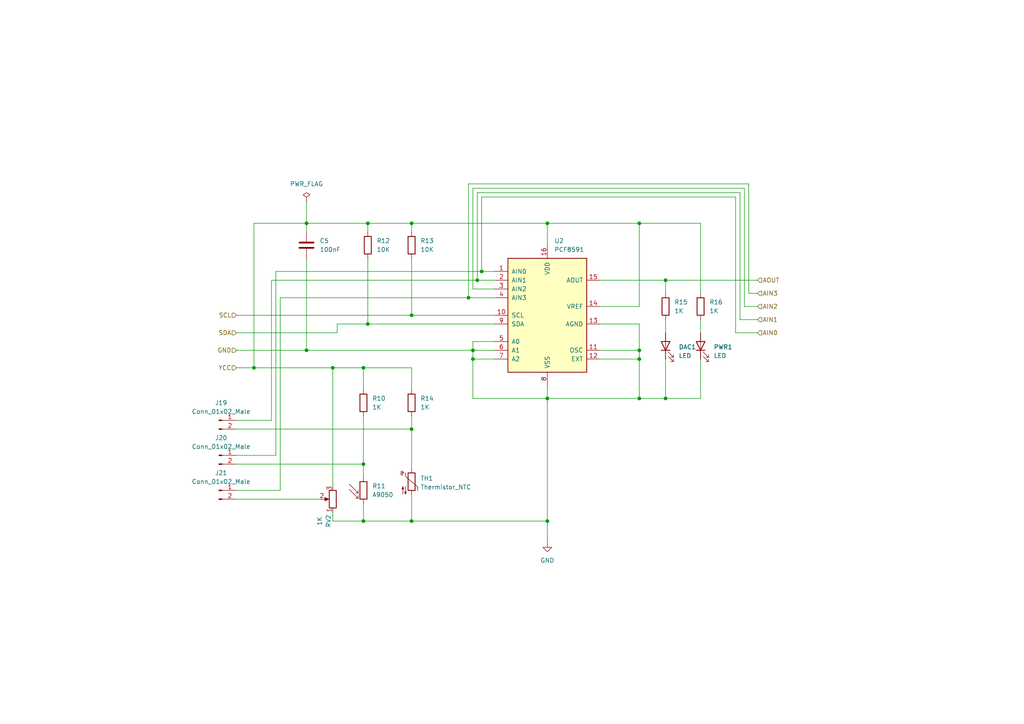
<source format=kicad_sch>
(kicad_sch (version 20211123) (generator eeschema)

  (uuid 41e0311c-f1f5-4b5d-b817-f71b00919fac)

  (paper "A4")

  (title_block
    (title "Green House Controller")
    (date "15 nov 2012")
    (rev "v03")
    (company "Sri Lanka Technological Campus")
    (comment 1 "AA2129, AA2122, AA1391, AA1378, AA1424")
    (comment 2 "Raspberry Pi Shield")
    (comment 3 "Engineering Design Project")
    (comment 4 "EEE209")
  )

  (lib_symbols
    (symbol "Connector:Conn_01x02_Male" (pin_names (offset 1.016) hide) (in_bom yes) (on_board yes)
      (property "Reference" "J" (id 0) (at 0 2.54 0)
        (effects (font (size 1.27 1.27)))
      )
      (property "Value" "Conn_01x02_Male" (id 1) (at 0 -5.08 0)
        (effects (font (size 1.27 1.27)))
      )
      (property "Footprint" "" (id 2) (at 0 0 0)
        (effects (font (size 1.27 1.27)) hide)
      )
      (property "Datasheet" "~" (id 3) (at 0 0 0)
        (effects (font (size 1.27 1.27)) hide)
      )
      (property "ki_keywords" "connector" (id 4) (at 0 0 0)
        (effects (font (size 1.27 1.27)) hide)
      )
      (property "ki_description" "Generic connector, single row, 01x02, script generated (kicad-library-utils/schlib/autogen/connector/)" (id 5) (at 0 0 0)
        (effects (font (size 1.27 1.27)) hide)
      )
      (property "ki_fp_filters" "Connector*:*_1x??_*" (id 6) (at 0 0 0)
        (effects (font (size 1.27 1.27)) hide)
      )
      (symbol "Conn_01x02_Male_1_1"
        (polyline
          (pts
            (xy 1.27 -2.54)
            (xy 0.8636 -2.54)
          )
          (stroke (width 0.1524) (type default) (color 0 0 0 0))
          (fill (type none))
        )
        (polyline
          (pts
            (xy 1.27 0)
            (xy 0.8636 0)
          )
          (stroke (width 0.1524) (type default) (color 0 0 0 0))
          (fill (type none))
        )
        (rectangle (start 0.8636 -2.413) (end 0 -2.667)
          (stroke (width 0.1524) (type default) (color 0 0 0 0))
          (fill (type outline))
        )
        (rectangle (start 0.8636 0.127) (end 0 -0.127)
          (stroke (width 0.1524) (type default) (color 0 0 0 0))
          (fill (type outline))
        )
        (pin passive line (at 5.08 0 180) (length 3.81)
          (name "Pin_1" (effects (font (size 1.27 1.27))))
          (number "1" (effects (font (size 1.27 1.27))))
        )
        (pin passive line (at 5.08 -2.54 180) (length 3.81)
          (name "Pin_2" (effects (font (size 1.27 1.27))))
          (number "2" (effects (font (size 1.27 1.27))))
        )
      )
    )
    (symbol "Device:C" (pin_numbers hide) (pin_names (offset 0.254)) (in_bom yes) (on_board yes)
      (property "Reference" "C" (id 0) (at 0.635 2.54 0)
        (effects (font (size 1.27 1.27)) (justify left))
      )
      (property "Value" "C" (id 1) (at 0.635 -2.54 0)
        (effects (font (size 1.27 1.27)) (justify left))
      )
      (property "Footprint" "" (id 2) (at 0.9652 -3.81 0)
        (effects (font (size 1.27 1.27)) hide)
      )
      (property "Datasheet" "~" (id 3) (at 0 0 0)
        (effects (font (size 1.27 1.27)) hide)
      )
      (property "ki_keywords" "cap capacitor" (id 4) (at 0 0 0)
        (effects (font (size 1.27 1.27)) hide)
      )
      (property "ki_description" "Unpolarized capacitor" (id 5) (at 0 0 0)
        (effects (font (size 1.27 1.27)) hide)
      )
      (property "ki_fp_filters" "C_*" (id 6) (at 0 0 0)
        (effects (font (size 1.27 1.27)) hide)
      )
      (symbol "C_0_1"
        (polyline
          (pts
            (xy -2.032 -0.762)
            (xy 2.032 -0.762)
          )
          (stroke (width 0.508) (type default) (color 0 0 0 0))
          (fill (type none))
        )
        (polyline
          (pts
            (xy -2.032 0.762)
            (xy 2.032 0.762)
          )
          (stroke (width 0.508) (type default) (color 0 0 0 0))
          (fill (type none))
        )
      )
      (symbol "C_1_1"
        (pin passive line (at 0 3.81 270) (length 2.794)
          (name "~" (effects (font (size 1.27 1.27))))
          (number "1" (effects (font (size 1.27 1.27))))
        )
        (pin passive line (at 0 -3.81 90) (length 2.794)
          (name "~" (effects (font (size 1.27 1.27))))
          (number "2" (effects (font (size 1.27 1.27))))
        )
      )
    )
    (symbol "Device:LED" (pin_numbers hide) (pin_names (offset 1.016) hide) (in_bom yes) (on_board yes)
      (property "Reference" "D" (id 0) (at 0 2.54 0)
        (effects (font (size 1.27 1.27)))
      )
      (property "Value" "LED" (id 1) (at 0 -2.54 0)
        (effects (font (size 1.27 1.27)))
      )
      (property "Footprint" "" (id 2) (at 0 0 0)
        (effects (font (size 1.27 1.27)) hide)
      )
      (property "Datasheet" "~" (id 3) (at 0 0 0)
        (effects (font (size 1.27 1.27)) hide)
      )
      (property "ki_keywords" "LED diode" (id 4) (at 0 0 0)
        (effects (font (size 1.27 1.27)) hide)
      )
      (property "ki_description" "Light emitting diode" (id 5) (at 0 0 0)
        (effects (font (size 1.27 1.27)) hide)
      )
      (property "ki_fp_filters" "LED* LED_SMD:* LED_THT:*" (id 6) (at 0 0 0)
        (effects (font (size 1.27 1.27)) hide)
      )
      (symbol "LED_0_1"
        (polyline
          (pts
            (xy -1.27 -1.27)
            (xy -1.27 1.27)
          )
          (stroke (width 0.254) (type default) (color 0 0 0 0))
          (fill (type none))
        )
        (polyline
          (pts
            (xy -1.27 0)
            (xy 1.27 0)
          )
          (stroke (width 0) (type default) (color 0 0 0 0))
          (fill (type none))
        )
        (polyline
          (pts
            (xy 1.27 -1.27)
            (xy 1.27 1.27)
            (xy -1.27 0)
            (xy 1.27 -1.27)
          )
          (stroke (width 0.254) (type default) (color 0 0 0 0))
          (fill (type none))
        )
        (polyline
          (pts
            (xy -3.048 -0.762)
            (xy -4.572 -2.286)
            (xy -3.81 -2.286)
            (xy -4.572 -2.286)
            (xy -4.572 -1.524)
          )
          (stroke (width 0) (type default) (color 0 0 0 0))
          (fill (type none))
        )
        (polyline
          (pts
            (xy -1.778 -0.762)
            (xy -3.302 -2.286)
            (xy -2.54 -2.286)
            (xy -3.302 -2.286)
            (xy -3.302 -1.524)
          )
          (stroke (width 0) (type default) (color 0 0 0 0))
          (fill (type none))
        )
      )
      (symbol "LED_1_1"
        (pin passive line (at -3.81 0 0) (length 2.54)
          (name "K" (effects (font (size 1.27 1.27))))
          (number "1" (effects (font (size 1.27 1.27))))
        )
        (pin passive line (at 3.81 0 180) (length 2.54)
          (name "A" (effects (font (size 1.27 1.27))))
          (number "2" (effects (font (size 1.27 1.27))))
        )
      )
    )
    (symbol "Device:R" (pin_numbers hide) (pin_names (offset 0)) (in_bom yes) (on_board yes)
      (property "Reference" "R" (id 0) (at 2.032 0 90)
        (effects (font (size 1.27 1.27)))
      )
      (property "Value" "R" (id 1) (at 0 0 90)
        (effects (font (size 1.27 1.27)))
      )
      (property "Footprint" "" (id 2) (at -1.778 0 90)
        (effects (font (size 1.27 1.27)) hide)
      )
      (property "Datasheet" "~" (id 3) (at 0 0 0)
        (effects (font (size 1.27 1.27)) hide)
      )
      (property "ki_keywords" "R res resistor" (id 4) (at 0 0 0)
        (effects (font (size 1.27 1.27)) hide)
      )
      (property "ki_description" "Resistor" (id 5) (at 0 0 0)
        (effects (font (size 1.27 1.27)) hide)
      )
      (property "ki_fp_filters" "R_*" (id 6) (at 0 0 0)
        (effects (font (size 1.27 1.27)) hide)
      )
      (symbol "R_0_1"
        (rectangle (start -1.016 -2.54) (end 1.016 2.54)
          (stroke (width 0.254) (type default) (color 0 0 0 0))
          (fill (type none))
        )
      )
      (symbol "R_1_1"
        (pin passive line (at 0 3.81 270) (length 1.27)
          (name "~" (effects (font (size 1.27 1.27))))
          (number "1" (effects (font (size 1.27 1.27))))
        )
        (pin passive line (at 0 -3.81 90) (length 1.27)
          (name "~" (effects (font (size 1.27 1.27))))
          (number "2" (effects (font (size 1.27 1.27))))
        )
      )
    )
    (symbol "Device:R_Potentiometer" (pin_names (offset 1.016) hide) (in_bom yes) (on_board yes)
      (property "Reference" "RV" (id 0) (at -4.445 0 90)
        (effects (font (size 1.27 1.27)))
      )
      (property "Value" "R_Potentiometer" (id 1) (at -2.54 0 90)
        (effects (font (size 1.27 1.27)))
      )
      (property "Footprint" "" (id 2) (at 0 0 0)
        (effects (font (size 1.27 1.27)) hide)
      )
      (property "Datasheet" "~" (id 3) (at 0 0 0)
        (effects (font (size 1.27 1.27)) hide)
      )
      (property "ki_keywords" "resistor variable" (id 4) (at 0 0 0)
        (effects (font (size 1.27 1.27)) hide)
      )
      (property "ki_description" "Potentiometer" (id 5) (at 0 0 0)
        (effects (font (size 1.27 1.27)) hide)
      )
      (property "ki_fp_filters" "Potentiometer*" (id 6) (at 0 0 0)
        (effects (font (size 1.27 1.27)) hide)
      )
      (symbol "R_Potentiometer_0_1"
        (polyline
          (pts
            (xy 2.54 0)
            (xy 1.524 0)
          )
          (stroke (width 0) (type default) (color 0 0 0 0))
          (fill (type none))
        )
        (polyline
          (pts
            (xy 1.143 0)
            (xy 2.286 0.508)
            (xy 2.286 -0.508)
            (xy 1.143 0)
          )
          (stroke (width 0) (type default) (color 0 0 0 0))
          (fill (type outline))
        )
        (rectangle (start 1.016 2.54) (end -1.016 -2.54)
          (stroke (width 0.254) (type default) (color 0 0 0 0))
          (fill (type none))
        )
      )
      (symbol "R_Potentiometer_1_1"
        (pin passive line (at 0 3.81 270) (length 1.27)
          (name "1" (effects (font (size 1.27 1.27))))
          (number "1" (effects (font (size 1.27 1.27))))
        )
        (pin passive line (at 3.81 0 180) (length 1.27)
          (name "2" (effects (font (size 1.27 1.27))))
          (number "2" (effects (font (size 1.27 1.27))))
        )
        (pin passive line (at 0 -3.81 90) (length 1.27)
          (name "3" (effects (font (size 1.27 1.27))))
          (number "3" (effects (font (size 1.27 1.27))))
        )
      )
    )
    (symbol "Device:Thermistor_NTC" (pin_numbers hide) (pin_names (offset 0)) (in_bom yes) (on_board yes)
      (property "Reference" "TH" (id 0) (at -4.445 0 90)
        (effects (font (size 1.27 1.27)))
      )
      (property "Value" "Thermistor_NTC" (id 1) (at 3.175 0 90)
        (effects (font (size 1.27 1.27)))
      )
      (property "Footprint" "" (id 2) (at 0 1.27 0)
        (effects (font (size 1.27 1.27)) hide)
      )
      (property "Datasheet" "~" (id 3) (at 0 1.27 0)
        (effects (font (size 1.27 1.27)) hide)
      )
      (property "ki_keywords" "thermistor NTC resistor sensor RTD" (id 4) (at 0 0 0)
        (effects (font (size 1.27 1.27)) hide)
      )
      (property "ki_description" "Temperature dependent resistor, negative temperature coefficient" (id 5) (at 0 0 0)
        (effects (font (size 1.27 1.27)) hide)
      )
      (property "ki_fp_filters" "*NTC* *Thermistor* PIN?ARRAY* bornier* *Terminal?Block* R_*" (id 6) (at 0 0 0)
        (effects (font (size 1.27 1.27)) hide)
      )
      (symbol "Thermistor_NTC_0_1"
        (arc (start -3.048 2.159) (mid -3.0495 2.3143) (end -3.175 2.413)
          (stroke (width 0) (type default) (color 0 0 0 0))
          (fill (type none))
        )
        (arc (start -3.048 2.159) (mid -2.9736 1.9794) (end -2.794 1.905)
          (stroke (width 0) (type default) (color 0 0 0 0))
          (fill (type none))
        )
        (arc (start -3.048 2.794) (mid -2.9736 2.6144) (end -2.794 2.54)
          (stroke (width 0) (type default) (color 0 0 0 0))
          (fill (type none))
        )
        (arc (start -2.794 1.905) (mid -2.6144 1.9794) (end -2.54 2.159)
          (stroke (width 0) (type default) (color 0 0 0 0))
          (fill (type none))
        )
        (arc (start -2.794 2.54) (mid -2.4393 2.5587) (end -2.159 2.794)
          (stroke (width 0) (type default) (color 0 0 0 0))
          (fill (type none))
        )
        (arc (start -2.794 3.048) (mid -2.9736 2.9736) (end -3.048 2.794)
          (stroke (width 0) (type default) (color 0 0 0 0))
          (fill (type none))
        )
        (arc (start -2.54 2.794) (mid -2.6144 2.9736) (end -2.794 3.048)
          (stroke (width 0) (type default) (color 0 0 0 0))
          (fill (type none))
        )
        (rectangle (start -1.016 2.54) (end 1.016 -2.54)
          (stroke (width 0.254) (type default) (color 0 0 0 0))
          (fill (type none))
        )
        (polyline
          (pts
            (xy -2.54 2.159)
            (xy -2.54 2.794)
          )
          (stroke (width 0) (type default) (color 0 0 0 0))
          (fill (type none))
        )
        (polyline
          (pts
            (xy -1.778 2.54)
            (xy -1.778 1.524)
            (xy 1.778 -1.524)
            (xy 1.778 -2.54)
          )
          (stroke (width 0) (type default) (color 0 0 0 0))
          (fill (type none))
        )
        (polyline
          (pts
            (xy -2.54 -3.683)
            (xy -2.54 -1.397)
            (xy -2.794 -2.159)
            (xy -2.286 -2.159)
            (xy -2.54 -1.397)
            (xy -2.54 -1.651)
          )
          (stroke (width 0) (type default) (color 0 0 0 0))
          (fill (type outline))
        )
        (polyline
          (pts
            (xy -1.778 -1.397)
            (xy -1.778 -3.683)
            (xy -2.032 -2.921)
            (xy -1.524 -2.921)
            (xy -1.778 -3.683)
            (xy -1.778 -3.429)
          )
          (stroke (width 0) (type default) (color 0 0 0 0))
          (fill (type outline))
        )
      )
      (symbol "Thermistor_NTC_1_1"
        (pin passive line (at 0 3.81 270) (length 1.27)
          (name "~" (effects (font (size 1.27 1.27))))
          (number "1" (effects (font (size 1.27 1.27))))
        )
        (pin passive line (at 0 -3.81 90) (length 1.27)
          (name "~" (effects (font (size 1.27 1.27))))
          (number "2" (effects (font (size 1.27 1.27))))
        )
      )
    )
    (symbol "Interface_Expansion:PCF8591" (pin_names (offset 1.016)) (in_bom yes) (on_board yes)
      (property "Reference" "U" (id 0) (at -11.43 17.78 0)
        (effects (font (size 1.27 1.27)) (justify left))
      )
      (property "Value" "PCF8591" (id 1) (at 3.81 17.78 0)
        (effects (font (size 1.27 1.27)) (justify left))
      )
      (property "Footprint" "" (id 2) (at 0 -5.08 0)
        (effects (font (size 1.27 1.27)) hide)
      )
      (property "Datasheet" "http://www.nxp.com/documents/data_sheet/PCF8591.pdf" (id 3) (at 0 -5.08 0)
        (effects (font (size 1.27 1.27)) hide)
      )
      (property "ki_keywords" "I2C ADC DAC" (id 4) (at 0 0 0)
        (effects (font (size 1.27 1.27)) hide)
      )
      (property "ki_description" "4ch ADC, 1 DAC, I2C Bus Interface, DIP/SOIC-16" (id 5) (at 0 0 0)
        (effects (font (size 1.27 1.27)) hide)
      )
      (property "ki_fp_filters" "DIP* PDIP* SO* SOIC*" (id 6) (at 0 0 0)
        (effects (font (size 1.27 1.27)) hide)
      )
      (symbol "PCF8591_0_1"
        (rectangle (start -11.43 -16.51) (end 11.43 16.51)
          (stroke (width 0.254) (type default) (color 0 0 0 0))
          (fill (type background))
        )
      )
      (symbol "PCF8591_1_1"
        (pin passive line (at -15.24 12.7 0) (length 3.81)
          (name "AIN0" (effects (font (size 1.27 1.27))))
          (number "1" (effects (font (size 1.27 1.27))))
        )
        (pin input line (at -15.24 0 0) (length 3.81)
          (name "SCL" (effects (font (size 1.27 1.27))))
          (number "10" (effects (font (size 1.27 1.27))))
        )
        (pin bidirectional line (at 15.24 -10.16 180) (length 3.81)
          (name "OSC" (effects (font (size 1.27 1.27))))
          (number "11" (effects (font (size 1.27 1.27))))
        )
        (pin input line (at 15.24 -12.7 180) (length 3.81)
          (name "EXT" (effects (font (size 1.27 1.27))))
          (number "12" (effects (font (size 1.27 1.27))))
        )
        (pin power_out line (at 15.24 -2.54 180) (length 3.81)
          (name "AGND" (effects (font (size 1.27 1.27))))
          (number "13" (effects (font (size 1.27 1.27))))
        )
        (pin passive line (at 15.24 2.54 180) (length 3.81)
          (name "VREF" (effects (font (size 1.27 1.27))))
          (number "14" (effects (font (size 1.27 1.27))))
        )
        (pin passive line (at 15.24 10.16 180) (length 3.81)
          (name "AOUT" (effects (font (size 1.27 1.27))))
          (number "15" (effects (font (size 1.27 1.27))))
        )
        (pin power_in line (at 0 20.32 270) (length 3.81)
          (name "VDD" (effects (font (size 1.27 1.27))))
          (number "16" (effects (font (size 1.27 1.27))))
        )
        (pin passive line (at -15.24 10.16 0) (length 3.81)
          (name "AIN1" (effects (font (size 1.27 1.27))))
          (number "2" (effects (font (size 1.27 1.27))))
        )
        (pin passive line (at -15.24 7.62 0) (length 3.81)
          (name "AIN2" (effects (font (size 1.27 1.27))))
          (number "3" (effects (font (size 1.27 1.27))))
        )
        (pin passive line (at -15.24 5.08 0) (length 3.81)
          (name "AIN3" (effects (font (size 1.27 1.27))))
          (number "4" (effects (font (size 1.27 1.27))))
        )
        (pin input line (at -15.24 -7.62 0) (length 3.81)
          (name "A0" (effects (font (size 1.27 1.27))))
          (number "5" (effects (font (size 1.27 1.27))))
        )
        (pin input line (at -15.24 -10.16 0) (length 3.81)
          (name "A1" (effects (font (size 1.27 1.27))))
          (number "6" (effects (font (size 1.27 1.27))))
        )
        (pin input line (at -15.24 -12.7 0) (length 3.81)
          (name "A2" (effects (font (size 1.27 1.27))))
          (number "7" (effects (font (size 1.27 1.27))))
        )
        (pin power_in line (at 0 -20.32 90) (length 3.81)
          (name "VSS" (effects (font (size 1.27 1.27))))
          (number "8" (effects (font (size 1.27 1.27))))
        )
        (pin bidirectional line (at -15.24 -2.54 0) (length 3.81)
          (name "SDA" (effects (font (size 1.27 1.27))))
          (number "9" (effects (font (size 1.27 1.27))))
        )
      )
    )
    (symbol "Sensor_Optical:A9050" (pin_numbers hide) (pin_names (offset 0)) (in_bom yes) (on_board yes)
      (property "Reference" "R" (id 0) (at -5.08 0 90)
        (effects (font (size 1.27 1.27)))
      )
      (property "Value" "A9050" (id 1) (at 1.905 0 90)
        (effects (font (size 1.27 1.27)) (justify top))
      )
      (property "Footprint" "OptoDevice:R_LDR_5.0x4.1mm_P3mm_Vertical" (id 2) (at 4.445 0 90)
        (effects (font (size 1.27 1.27)) hide)
      )
      (property "Datasheet" "http://cdn-reichelt.de/documents/datenblatt/A500/A90xxxx%23PE.pdf" (id 3) (at 0 -1.27 0)
        (effects (font (size 1.27 1.27)) hide)
      )
      (property "ki_keywords" "light dependent photo resistor LDR" (id 4) (at 0 0 0)
        (effects (font (size 1.27 1.27)) hide)
      )
      (property "ki_description" "light dependent resistor" (id 5) (at 0 0 0)
        (effects (font (size 1.27 1.27)) hide)
      )
      (property "ki_fp_filters" "R*LDR*5.0x4.1mm*P3mm*" (id 6) (at 0 0 0)
        (effects (font (size 1.27 1.27)) hide)
      )
      (symbol "A9050_0_1"
        (rectangle (start -1.016 2.54) (end 1.016 -2.54)
          (stroke (width 0.254) (type default) (color 0 0 0 0))
          (fill (type none))
        )
        (polyline
          (pts
            (xy -1.524 -2.286)
            (xy -4.064 0.254)
          )
          (stroke (width 0) (type default) (color 0 0 0 0))
          (fill (type none))
        )
        (polyline
          (pts
            (xy -1.524 -2.286)
            (xy -2.286 -2.286)
          )
          (stroke (width 0) (type default) (color 0 0 0 0))
          (fill (type none))
        )
        (polyline
          (pts
            (xy -1.524 -2.286)
            (xy -1.524 -1.524)
          )
          (stroke (width 0) (type default) (color 0 0 0 0))
          (fill (type none))
        )
        (polyline
          (pts
            (xy -1.524 -0.762)
            (xy -4.064 1.778)
          )
          (stroke (width 0) (type default) (color 0 0 0 0))
          (fill (type none))
        )
        (polyline
          (pts
            (xy -1.524 -0.762)
            (xy -2.286 -0.762)
          )
          (stroke (width 0) (type default) (color 0 0 0 0))
          (fill (type none))
        )
        (polyline
          (pts
            (xy -1.524 -0.762)
            (xy -1.524 0)
          )
          (stroke (width 0) (type default) (color 0 0 0 0))
          (fill (type none))
        )
      )
      (symbol "A9050_1_1"
        (pin passive line (at 0 3.81 270) (length 1.27)
          (name "~" (effects (font (size 1.27 1.27))))
          (number "1" (effects (font (size 1.27 1.27))))
        )
        (pin passive line (at 0 -3.81 90) (length 1.27)
          (name "~" (effects (font (size 1.27 1.27))))
          (number "2" (effects (font (size 1.27 1.27))))
        )
      )
    )
    (symbol "power:GND" (power) (pin_names (offset 0)) (in_bom yes) (on_board yes)
      (property "Reference" "#PWR" (id 0) (at 0 -6.35 0)
        (effects (font (size 1.27 1.27)) hide)
      )
      (property "Value" "GND" (id 1) (at 0 -3.81 0)
        (effects (font (size 1.27 1.27)))
      )
      (property "Footprint" "" (id 2) (at 0 0 0)
        (effects (font (size 1.27 1.27)) hide)
      )
      (property "Datasheet" "" (id 3) (at 0 0 0)
        (effects (font (size 1.27 1.27)) hide)
      )
      (property "ki_keywords" "power-flag" (id 4) (at 0 0 0)
        (effects (font (size 1.27 1.27)) hide)
      )
      (property "ki_description" "Power symbol creates a global label with name \"GND\" , ground" (id 5) (at 0 0 0)
        (effects (font (size 1.27 1.27)) hide)
      )
      (symbol "GND_0_1"
        (polyline
          (pts
            (xy 0 0)
            (xy 0 -1.27)
            (xy 1.27 -1.27)
            (xy 0 -2.54)
            (xy -1.27 -1.27)
            (xy 0 -1.27)
          )
          (stroke (width 0) (type default) (color 0 0 0 0))
          (fill (type none))
        )
      )
      (symbol "GND_1_1"
        (pin power_in line (at 0 0 270) (length 0) hide
          (name "GND" (effects (font (size 1.27 1.27))))
          (number "1" (effects (font (size 1.27 1.27))))
        )
      )
    )
    (symbol "power:PWR_FLAG" (power) (pin_numbers hide) (pin_names (offset 0) hide) (in_bom yes) (on_board yes)
      (property "Reference" "#FLG" (id 0) (at 0 1.905 0)
        (effects (font (size 1.27 1.27)) hide)
      )
      (property "Value" "PWR_FLAG" (id 1) (at 0 3.81 0)
        (effects (font (size 1.27 1.27)))
      )
      (property "Footprint" "" (id 2) (at 0 0 0)
        (effects (font (size 1.27 1.27)) hide)
      )
      (property "Datasheet" "~" (id 3) (at 0 0 0)
        (effects (font (size 1.27 1.27)) hide)
      )
      (property "ki_keywords" "power-flag" (id 4) (at 0 0 0)
        (effects (font (size 1.27 1.27)) hide)
      )
      (property "ki_description" "Special symbol for telling ERC where power comes from" (id 5) (at 0 0 0)
        (effects (font (size 1.27 1.27)) hide)
      )
      (symbol "PWR_FLAG_0_0"
        (pin power_out line (at 0 0 90) (length 0)
          (name "pwr" (effects (font (size 1.27 1.27))))
          (number "1" (effects (font (size 1.27 1.27))))
        )
      )
      (symbol "PWR_FLAG_0_1"
        (polyline
          (pts
            (xy 0 0)
            (xy 0 1.27)
            (xy -1.016 1.905)
            (xy 0 2.54)
            (xy 1.016 1.905)
            (xy 0 1.27)
          )
          (stroke (width 0) (type default) (color 0 0 0 0))
          (fill (type none))
        )
      )
    )
  )

  (junction (at 137.16 104.14) (diameter 0) (color 0 0 0 0)
    (uuid 046e1274-446d-4276-82d9-0937d3d4ea15)
  )
  (junction (at 105.41 134.62) (diameter 0) (color 0 0 0 0)
    (uuid 09fa777d-385a-42ed-92b0-51de7839d832)
  )
  (junction (at 106.68 93.98) (diameter 0) (color 0 0 0 0)
    (uuid 1ce3cb3c-35b6-412c-a308-b6d034b47fbb)
  )
  (junction (at 185.42 64.77) (diameter 0) (color 0 0 0 0)
    (uuid 1f4a3dc1-7889-4c78-af26-feb725beab38)
  )
  (junction (at 96.52 106.68) (diameter 0) (color 0 0 0 0)
    (uuid 3c97ab24-8329-41e1-995c-260952d88a6a)
  )
  (junction (at 135.89 86.36) (diameter 0) (color 0 0 0 0)
    (uuid 4f979821-6103-404d-8b5b-47239178699b)
  )
  (junction (at 105.41 106.68) (diameter 0) (color 0 0 0 0)
    (uuid 50c28d67-ebca-45aa-9b62-dbbcfdce4455)
  )
  (junction (at 185.42 101.6) (diameter 0) (color 0 0 0 0)
    (uuid 51a17157-7feb-4d4d-b8b7-4c589655918e)
  )
  (junction (at 193.04 115.57) (diameter 0) (color 0 0 0 0)
    (uuid 53c78fc1-c1f9-4952-9ef1-0c8a03ea203f)
  )
  (junction (at 158.75 151.13) (diameter 0) (color 0 0 0 0)
    (uuid 5613801d-597a-401d-a72e-0c4e6be2a767)
  )
  (junction (at 137.16 101.6) (diameter 0) (color 0 0 0 0)
    (uuid 57754cd2-3b49-413a-b9b5-84ca59acaadf)
  )
  (junction (at 158.75 64.77) (diameter 0) (color 0 0 0 0)
    (uuid 59e142c4-7dca-4397-841c-a7b30a2448a6)
  )
  (junction (at 119.38 151.13) (diameter 0) (color 0 0 0 0)
    (uuid 64c70334-9bf9-4b47-b813-89f1fd62a691)
  )
  (junction (at 106.68 64.77) (diameter 0) (color 0 0 0 0)
    (uuid 658a5816-a0fa-419d-9116-14cb50ccca95)
  )
  (junction (at 193.04 81.28) (diameter 0) (color 0 0 0 0)
    (uuid 6658550b-6697-4340-8fb6-d012681e2dba)
  )
  (junction (at 119.38 91.44) (diameter 0) (color 0 0 0 0)
    (uuid 6a34f905-12ec-4348-ba38-e4c068284133)
  )
  (junction (at 88.9 101.6) (diameter 0) (color 0 0 0 0)
    (uuid 79da1d76-93a4-4eb7-aa87-b3e667cb08f1)
  )
  (junction (at 119.38 64.77) (diameter 0) (color 0 0 0 0)
    (uuid 7d177089-f3bd-4a11-92f7-557a75d99301)
  )
  (junction (at 73.66 106.68) (diameter 0) (color 0 0 0 0)
    (uuid 7f00d2f0-74cb-41be-89f4-c33bdbe039af)
  )
  (junction (at 88.9 64.77) (diameter 0) (color 0 0 0 0)
    (uuid 8da72e11-f39d-4e38-b73d-f6d178849b7b)
  )
  (junction (at 139.7 78.74) (diameter 0) (color 0 0 0 0)
    (uuid 8ff9cb3a-e92c-4f7a-8884-9a48bd6f006a)
  )
  (junction (at 185.42 115.57) (diameter 0) (color 0 0 0 0)
    (uuid a840f601-edc6-4d51-90f8-681031ca5cf6)
  )
  (junction (at 105.41 151.13) (diameter 0) (color 0 0 0 0)
    (uuid ab014e9a-1dcd-4ad6-b8c1-592b848baffe)
  )
  (junction (at 185.42 104.14) (diameter 0) (color 0 0 0 0)
    (uuid b2c1a84b-e47a-4e86-b02f-a04188d7b6a8)
  )
  (junction (at 158.75 115.57) (diameter 0) (color 0 0 0 0)
    (uuid ce65f56c-7152-4ba2-9b02-73fcfb4d2e96)
  )
  (junction (at 138.43 81.28) (diameter 0) (color 0 0 0 0)
    (uuid e1238658-d923-46d1-a8b1-3c00a522a6d9)
  )
  (junction (at 119.38 124.46) (diameter 0) (color 0 0 0 0)
    (uuid ecec0f3d-c6a8-4856-b61f-d9267b5899e5)
  )

  (wire (pts (xy 138.43 55.88) (xy 214.63 55.88))
    (stroke (width 0) (type default) (color 0 0 0 0))
    (uuid 004ee8ee-666d-437c-a0c0-8bfd64f211c8)
  )
  (wire (pts (xy 139.7 57.15) (xy 213.36 57.15))
    (stroke (width 0) (type default) (color 0 0 0 0))
    (uuid 00a5844b-4f91-426f-90c1-ee4c2364e650)
  )
  (wire (pts (xy 88.9 64.77) (xy 106.68 64.77))
    (stroke (width 0) (type default) (color 0 0 0 0))
    (uuid 07ff3c60-071c-49ff-b43c-6021f5c09fe6)
  )
  (wire (pts (xy 97.79 96.52) (xy 97.79 93.98))
    (stroke (width 0) (type default) (color 0 0 0 0))
    (uuid 0dbdfffc-ca35-4923-a11b-7158d59736e7)
  )
  (wire (pts (xy 137.16 115.57) (xy 158.75 115.57))
    (stroke (width 0) (type default) (color 0 0 0 0))
    (uuid 0fb98380-ef73-4dc4-a240-47319e1b62f8)
  )
  (wire (pts (xy 185.42 104.14) (xy 185.42 115.57))
    (stroke (width 0) (type default) (color 0 0 0 0))
    (uuid 16d94c4e-264f-4072-9675-50c8694d6d8c)
  )
  (wire (pts (xy 158.75 111.76) (xy 158.75 115.57))
    (stroke (width 0) (type default) (color 0 0 0 0))
    (uuid 177d889f-96fd-4baa-ae33-eef081dfa7b2)
  )
  (wire (pts (xy 158.75 115.57) (xy 158.75 151.13))
    (stroke (width 0) (type default) (color 0 0 0 0))
    (uuid 19a6de18-e575-4e39-9996-47ff394fc94e)
  )
  (wire (pts (xy 137.16 104.14) (xy 143.51 104.14))
    (stroke (width 0) (type default) (color 0 0 0 0))
    (uuid 1c6b1f85-f47a-4eee-b1b2-4f2cb91036f9)
  )
  (wire (pts (xy 203.2 104.14) (xy 203.2 115.57))
    (stroke (width 0) (type default) (color 0 0 0 0))
    (uuid 1e7ec3e1-ab4b-4261-a0dc-63f3d9fe541b)
  )
  (wire (pts (xy 193.04 104.14) (xy 193.04 115.57))
    (stroke (width 0) (type default) (color 0 0 0 0))
    (uuid 21ece00b-cdb2-4538-9fe0-fae65464ef38)
  )
  (wire (pts (xy 137.16 101.6) (xy 137.16 104.14))
    (stroke (width 0) (type default) (color 0 0 0 0))
    (uuid 229c9d08-7136-46da-922f-de3b7650ac1e)
  )
  (wire (pts (xy 119.38 91.44) (xy 143.51 91.44))
    (stroke (width 0) (type default) (color 0 0 0 0))
    (uuid 25847db1-0cbc-45a0-8eea-dd2f39960b2b)
  )
  (wire (pts (xy 68.58 132.08) (xy 80.01 132.08))
    (stroke (width 0) (type default) (color 0 0 0 0))
    (uuid 3219adf0-83ef-4cc3-a3bc-538062861018)
  )
  (wire (pts (xy 193.04 81.28) (xy 219.71 81.28))
    (stroke (width 0) (type default) (color 0 0 0 0))
    (uuid 3547b842-a44a-43ac-b1eb-edf6b184b51e)
  )
  (wire (pts (xy 173.99 104.14) (xy 185.42 104.14))
    (stroke (width 0) (type default) (color 0 0 0 0))
    (uuid 3ab61c76-5056-498a-954b-3563aee21389)
  )
  (wire (pts (xy 96.52 106.68) (xy 73.66 106.68))
    (stroke (width 0) (type default) (color 0 0 0 0))
    (uuid 3cf08537-f662-42bc-a978-5e1d74f7ef82)
  )
  (wire (pts (xy 88.9 58.42) (xy 88.9 64.77))
    (stroke (width 0) (type default) (color 0 0 0 0))
    (uuid 3ded4eae-ca6b-498e-ac77-7512c386e448)
  )
  (wire (pts (xy 143.51 99.06) (xy 137.16 99.06))
    (stroke (width 0) (type default) (color 0 0 0 0))
    (uuid 416c9fec-cf45-4d94-9eed-0a02ca3dbcb9)
  )
  (wire (pts (xy 143.51 81.28) (xy 138.43 81.28))
    (stroke (width 0) (type default) (color 0 0 0 0))
    (uuid 4270d021-8152-421d-882f-dcdc8eda6d31)
  )
  (wire (pts (xy 135.89 86.36) (xy 143.51 86.36))
    (stroke (width 0) (type default) (color 0 0 0 0))
    (uuid 46a4e321-7869-40d5-be04-6fdd3da0576b)
  )
  (wire (pts (xy 137.16 99.06) (xy 137.16 101.6))
    (stroke (width 0) (type default) (color 0 0 0 0))
    (uuid 480fff7a-1580-4a9c-9b94-09aa3b623412)
  )
  (wire (pts (xy 73.66 64.77) (xy 88.9 64.77))
    (stroke (width 0) (type default) (color 0 0 0 0))
    (uuid 485dbc12-1a6c-4243-a499-5ad752b1715c)
  )
  (wire (pts (xy 185.42 93.98) (xy 173.99 93.98))
    (stroke (width 0) (type default) (color 0 0 0 0))
    (uuid 4b8c1044-f6f0-4280-a3c8-3b6418bc4670)
  )
  (wire (pts (xy 105.41 134.62) (xy 105.41 138.43))
    (stroke (width 0) (type default) (color 0 0 0 0))
    (uuid 4c0fe780-1ab0-4b5e-84ed-aa98c88947b8)
  )
  (wire (pts (xy 119.38 143.51) (xy 119.38 151.13))
    (stroke (width 0) (type default) (color 0 0 0 0))
    (uuid 4d6ecd50-f960-43c4-95a9-dd3ec5df0392)
  )
  (wire (pts (xy 68.58 121.92) (xy 78.74 121.92))
    (stroke (width 0) (type default) (color 0 0 0 0))
    (uuid 4f5a9d18-5d63-4fd4-8c3c-ddabfb17c0a1)
  )
  (wire (pts (xy 219.71 85.09) (xy 217.17 85.09))
    (stroke (width 0) (type default) (color 0 0 0 0))
    (uuid 5289fb4a-fa4a-4f63-a0e4-7a108b56bb04)
  )
  (wire (pts (xy 119.38 151.13) (xy 158.75 151.13))
    (stroke (width 0) (type default) (color 0 0 0 0))
    (uuid 540b014c-6e5c-4217-9cd1-59aad67ab069)
  )
  (wire (pts (xy 96.52 148.59) (xy 96.52 151.13))
    (stroke (width 0) (type default) (color 0 0 0 0))
    (uuid 54912690-ec58-4e3a-86e4-52aa1c7f3d40)
  )
  (wire (pts (xy 158.75 151.13) (xy 158.75 157.48))
    (stroke (width 0) (type default) (color 0 0 0 0))
    (uuid 56a48c2a-7c3a-433b-8b08-a8ba82abfd78)
  )
  (wire (pts (xy 193.04 115.57) (xy 185.42 115.57))
    (stroke (width 0) (type default) (color 0 0 0 0))
    (uuid 5753a79e-d4bf-48ac-a8c0-2e372d85cdcf)
  )
  (wire (pts (xy 68.58 106.68) (xy 73.66 106.68))
    (stroke (width 0) (type default) (color 0 0 0 0))
    (uuid 57be2548-72f0-400f-9728-c301529f485f)
  )
  (wire (pts (xy 137.16 54.61) (xy 215.9 54.61))
    (stroke (width 0) (type default) (color 0 0 0 0))
    (uuid 57dfb776-c57f-4b8a-a1db-39a98b203552)
  )
  (wire (pts (xy 106.68 64.77) (xy 119.38 64.77))
    (stroke (width 0) (type default) (color 0 0 0 0))
    (uuid 5896f9e3-1e01-41c0-a6d2-c638f004cd01)
  )
  (wire (pts (xy 105.41 106.68) (xy 119.38 106.68))
    (stroke (width 0) (type default) (color 0 0 0 0))
    (uuid 5aaaf362-aa28-48e9-96d2-5eb6ba07a7a9)
  )
  (wire (pts (xy 143.51 83.82) (xy 137.16 83.82))
    (stroke (width 0) (type default) (color 0 0 0 0))
    (uuid 5ba8505b-22e4-414a-bb26-8ae149e65260)
  )
  (wire (pts (xy 96.52 106.68) (xy 96.52 140.97))
    (stroke (width 0) (type default) (color 0 0 0 0))
    (uuid 5da58882-14af-42c6-ad7a-20e2ddbf646f)
  )
  (wire (pts (xy 105.41 151.13) (xy 119.38 151.13))
    (stroke (width 0) (type default) (color 0 0 0 0))
    (uuid 604c561f-0c85-4848-9f90-4c13c29fc94e)
  )
  (wire (pts (xy 214.63 55.88) (xy 214.63 92.71))
    (stroke (width 0) (type default) (color 0 0 0 0))
    (uuid 61f4a8ed-d819-455c-a473-af89ed83aea6)
  )
  (wire (pts (xy 139.7 78.74) (xy 139.7 57.15))
    (stroke (width 0) (type default) (color 0 0 0 0))
    (uuid 64d366ef-e2a4-470e-8244-dae5b40cec57)
  )
  (wire (pts (xy 214.63 92.71) (xy 219.71 92.71))
    (stroke (width 0) (type default) (color 0 0 0 0))
    (uuid 66d46472-8638-4eee-844d-122e2f5abf15)
  )
  (wire (pts (xy 173.99 88.9) (xy 185.42 88.9))
    (stroke (width 0) (type default) (color 0 0 0 0))
    (uuid 6af8a0e1-8afc-4e45-b164-14578ea76525)
  )
  (wire (pts (xy 106.68 74.93) (xy 106.68 93.98))
    (stroke (width 0) (type default) (color 0 0 0 0))
    (uuid 6ee608c8-853c-41c3-928d-b04bc3e9b291)
  )
  (wire (pts (xy 119.38 64.77) (xy 158.75 64.77))
    (stroke (width 0) (type default) (color 0 0 0 0))
    (uuid 74c2415f-8994-443c-8031-bcdfaf436b9c)
  )
  (wire (pts (xy 158.75 64.77) (xy 158.75 71.12))
    (stroke (width 0) (type default) (color 0 0 0 0))
    (uuid 770250c2-483c-4969-b6a3-bfc6cb53d246)
  )
  (wire (pts (xy 97.79 93.98) (xy 106.68 93.98))
    (stroke (width 0) (type default) (color 0 0 0 0))
    (uuid 77244189-c17c-4450-a795-005d841848f1)
  )
  (wire (pts (xy 119.38 64.77) (xy 119.38 67.31))
    (stroke (width 0) (type default) (color 0 0 0 0))
    (uuid 7b2718cb-1a32-4309-80fc-b3f6b70df41e)
  )
  (wire (pts (xy 215.9 54.61) (xy 215.9 88.9))
    (stroke (width 0) (type default) (color 0 0 0 0))
    (uuid 7cf13359-0179-408b-83bb-909507cde572)
  )
  (wire (pts (xy 68.58 142.24) (xy 81.28 142.24))
    (stroke (width 0) (type default) (color 0 0 0 0))
    (uuid 7e78840e-e862-4e9a-ac97-931f2ea0b7d6)
  )
  (wire (pts (xy 68.58 134.62) (xy 105.41 134.62))
    (stroke (width 0) (type default) (color 0 0 0 0))
    (uuid 817ad9e5-a428-457e-b465-6320a87675f1)
  )
  (wire (pts (xy 80.01 78.74) (xy 80.01 132.08))
    (stroke (width 0) (type default) (color 0 0 0 0))
    (uuid 82be6baa-188e-4a15-8863-46cdef6ddcb1)
  )
  (wire (pts (xy 193.04 81.28) (xy 193.04 85.09))
    (stroke (width 0) (type default) (color 0 0 0 0))
    (uuid 83c6ef4f-e96f-4afc-97b9-89160095ec87)
  )
  (wire (pts (xy 203.2 115.57) (xy 193.04 115.57))
    (stroke (width 0) (type default) (color 0 0 0 0))
    (uuid 89169f1e-c49d-437a-a487-f2af7e4a3616)
  )
  (wire (pts (xy 137.16 104.14) (xy 137.16 115.57))
    (stroke (width 0) (type default) (color 0 0 0 0))
    (uuid 89477fbe-9f1f-4284-99de-73ccb1bcefb7)
  )
  (wire (pts (xy 193.04 92.71) (xy 193.04 96.52))
    (stroke (width 0) (type default) (color 0 0 0 0))
    (uuid 8a854b0c-b525-4647-ac0d-7fbde963cd35)
  )
  (wire (pts (xy 68.58 101.6) (xy 88.9 101.6))
    (stroke (width 0) (type default) (color 0 0 0 0))
    (uuid 908cb204-ae31-4025-9641-1838325bdcfc)
  )
  (wire (pts (xy 203.2 64.77) (xy 185.42 64.77))
    (stroke (width 0) (type default) (color 0 0 0 0))
    (uuid 970a1e1a-67ee-4bf8-b93b-862de5e531d1)
  )
  (wire (pts (xy 88.9 67.31) (xy 88.9 64.77))
    (stroke (width 0) (type default) (color 0 0 0 0))
    (uuid 99aa29ca-954f-4ce9-bcd1-ed4eff5be3ab)
  )
  (wire (pts (xy 78.74 81.28) (xy 138.43 81.28))
    (stroke (width 0) (type default) (color 0 0 0 0))
    (uuid 9ffb25a3-34d0-4496-addf-c571a9ad5e42)
  )
  (wire (pts (xy 119.38 74.93) (xy 119.38 91.44))
    (stroke (width 0) (type default) (color 0 0 0 0))
    (uuid a0d81c4a-2b7f-4e85-8b6a-e1aa126dcaed)
  )
  (wire (pts (xy 68.58 124.46) (xy 119.38 124.46))
    (stroke (width 0) (type default) (color 0 0 0 0))
    (uuid a1b60937-ef12-4d96-8473-01c2abf36758)
  )
  (wire (pts (xy 185.42 101.6) (xy 185.42 93.98))
    (stroke (width 0) (type default) (color 0 0 0 0))
    (uuid a2564b30-0715-413c-a0d0-2ce35336e180)
  )
  (wire (pts (xy 173.99 101.6) (xy 185.42 101.6))
    (stroke (width 0) (type default) (color 0 0 0 0))
    (uuid a4f81621-1003-4272-a6af-b71f3e3cd979)
  )
  (wire (pts (xy 217.17 53.34) (xy 135.89 53.34))
    (stroke (width 0) (type default) (color 0 0 0 0))
    (uuid a601d937-38b2-46e0-ae39-10157598a9de)
  )
  (wire (pts (xy 105.41 106.68) (xy 96.52 106.68))
    (stroke (width 0) (type default) (color 0 0 0 0))
    (uuid aaef6820-ccfe-46d9-8e7d-c991f7a8271a)
  )
  (wire (pts (xy 173.99 81.28) (xy 193.04 81.28))
    (stroke (width 0) (type default) (color 0 0 0 0))
    (uuid abef60cc-c722-4112-b614-fb30ac705e65)
  )
  (wire (pts (xy 158.75 115.57) (xy 185.42 115.57))
    (stroke (width 0) (type default) (color 0 0 0 0))
    (uuid abfa7845-6092-44f1-b747-63951151d8d0)
  )
  (wire (pts (xy 105.41 113.03) (xy 105.41 106.68))
    (stroke (width 0) (type default) (color 0 0 0 0))
    (uuid ae37c08e-e6f0-4dc8-9078-ccfa41e05170)
  )
  (wire (pts (xy 119.38 124.46) (xy 119.38 135.89))
    (stroke (width 0) (type default) (color 0 0 0 0))
    (uuid b0574036-4c1c-4360-8691-2fc199c03415)
  )
  (wire (pts (xy 105.41 120.65) (xy 105.41 134.62))
    (stroke (width 0) (type default) (color 0 0 0 0))
    (uuid b424aa50-6a1b-4e5a-8788-42e9afb0d9c8)
  )
  (wire (pts (xy 138.43 81.28) (xy 138.43 55.88))
    (stroke (width 0) (type default) (color 0 0 0 0))
    (uuid b6fff71e-8b34-43be-b1f8-ffa340cb0c42)
  )
  (wire (pts (xy 135.89 53.34) (xy 135.89 86.36))
    (stroke (width 0) (type default) (color 0 0 0 0))
    (uuid b7c815c9-9068-4c4c-b3b9-96af7587bf75)
  )
  (wire (pts (xy 88.9 101.6) (xy 137.16 101.6))
    (stroke (width 0) (type default) (color 0 0 0 0))
    (uuid bac0df77-a95c-46b8-9011-d6db9cfd6314)
  )
  (wire (pts (xy 88.9 101.6) (xy 88.9 74.93))
    (stroke (width 0) (type default) (color 0 0 0 0))
    (uuid c2ce2c33-37be-4612-bb20-90ac598b1de8)
  )
  (wire (pts (xy 143.51 78.74) (xy 139.7 78.74))
    (stroke (width 0) (type default) (color 0 0 0 0))
    (uuid c5df17d0-ecf2-4f03-92ab-15b53a8ac56d)
  )
  (wire (pts (xy 81.28 86.36) (xy 135.89 86.36))
    (stroke (width 0) (type default) (color 0 0 0 0))
    (uuid cb4588ca-365f-43df-97df-75b3c49dbebb)
  )
  (wire (pts (xy 213.36 96.52) (xy 219.71 96.52))
    (stroke (width 0) (type default) (color 0 0 0 0))
    (uuid cd5f0fa0-3727-4e56-bad8-a0845368526d)
  )
  (wire (pts (xy 119.38 113.03) (xy 119.38 106.68))
    (stroke (width 0) (type default) (color 0 0 0 0))
    (uuid cdb4b9e6-702d-46fe-954b-5c7adfb19ebc)
  )
  (wire (pts (xy 73.66 106.68) (xy 73.66 64.77))
    (stroke (width 0) (type default) (color 0 0 0 0))
    (uuid d08f69fb-6d4d-4e3e-a8cf-e31cd3024fb5)
  )
  (wire (pts (xy 137.16 101.6) (xy 143.51 101.6))
    (stroke (width 0) (type default) (color 0 0 0 0))
    (uuid d746ae98-f8fc-484c-86b3-5994df82e38f)
  )
  (wire (pts (xy 217.17 85.09) (xy 217.17 53.34))
    (stroke (width 0) (type default) (color 0 0 0 0))
    (uuid d775be93-8f51-44f0-afc6-370d2d1dcc1f)
  )
  (wire (pts (xy 68.58 91.44) (xy 119.38 91.44))
    (stroke (width 0) (type default) (color 0 0 0 0))
    (uuid d7d06bf4-e8f6-490d-9fc1-2f37a9b08ca0)
  )
  (wire (pts (xy 68.58 96.52) (xy 97.79 96.52))
    (stroke (width 0) (type default) (color 0 0 0 0))
    (uuid deaf5f65-5e7f-4db1-98b0-b4c14ff9ffe1)
  )
  (wire (pts (xy 213.36 57.15) (xy 213.36 96.52))
    (stroke (width 0) (type default) (color 0 0 0 0))
    (uuid e031e0d6-07b5-46b1-965b-f3089a299994)
  )
  (wire (pts (xy 158.75 64.77) (xy 185.42 64.77))
    (stroke (width 0) (type default) (color 0 0 0 0))
    (uuid e53c93d5-552d-4a89-a10f-040524037833)
  )
  (wire (pts (xy 203.2 64.77) (xy 203.2 85.09))
    (stroke (width 0) (type default) (color 0 0 0 0))
    (uuid e9942938-6120-4141-9c1a-536f9888545c)
  )
  (wire (pts (xy 137.16 54.61) (xy 137.16 83.82))
    (stroke (width 0) (type default) (color 0 0 0 0))
    (uuid edd82f4f-309f-4c1c-ae34-c71ab8ded90b)
  )
  (wire (pts (xy 106.68 93.98) (xy 143.51 93.98))
    (stroke (width 0) (type default) (color 0 0 0 0))
    (uuid f0547443-9b2d-4e94-b7f3-e457dd45f896)
  )
  (wire (pts (xy 96.52 151.13) (xy 105.41 151.13))
    (stroke (width 0) (type default) (color 0 0 0 0))
    (uuid f283c178-da17-4d1d-bfbe-149b9b64ce9e)
  )
  (wire (pts (xy 106.68 64.77) (xy 106.68 67.31))
    (stroke (width 0) (type default) (color 0 0 0 0))
    (uuid f340cfaa-28ad-4f50-b793-7b6abb567572)
  )
  (wire (pts (xy 119.38 120.65) (xy 119.38 124.46))
    (stroke (width 0) (type default) (color 0 0 0 0))
    (uuid f50b6d12-e486-4cfc-a899-c2db95df545d)
  )
  (wire (pts (xy 203.2 92.71) (xy 203.2 96.52))
    (stroke (width 0) (type default) (color 0 0 0 0))
    (uuid f5c36dec-9ebd-45c8-bf16-624b11ebce52)
  )
  (wire (pts (xy 81.28 142.24) (xy 81.28 86.36))
    (stroke (width 0) (type default) (color 0 0 0 0))
    (uuid f7d8d391-40ec-4139-82da-c7e26d3631a8)
  )
  (wire (pts (xy 185.42 64.77) (xy 185.42 88.9))
    (stroke (width 0) (type default) (color 0 0 0 0))
    (uuid f93093d5-f212-4238-b08e-0b36a16dd30e)
  )
  (wire (pts (xy 215.9 88.9) (xy 219.71 88.9))
    (stroke (width 0) (type default) (color 0 0 0 0))
    (uuid fa5cf36d-8a50-4827-9620-484eae5d398d)
  )
  (wire (pts (xy 68.58 144.78) (xy 92.71 144.78))
    (stroke (width 0) (type default) (color 0 0 0 0))
    (uuid faa6a969-26dd-4794-bbdb-16826d4bb3d4)
  )
  (wire (pts (xy 105.41 146.05) (xy 105.41 151.13))
    (stroke (width 0) (type default) (color 0 0 0 0))
    (uuid fac823e5-880f-4fa1-9cab-b78b1d3ec041)
  )
  (wire (pts (xy 80.01 78.74) (xy 139.7 78.74))
    (stroke (width 0) (type default) (color 0 0 0 0))
    (uuid fb1d7f14-bb82-4c2f-9ed8-edac49091d8a)
  )
  (wire (pts (xy 78.74 121.92) (xy 78.74 81.28))
    (stroke (width 0) (type default) (color 0 0 0 0))
    (uuid fb79d4fc-09a5-40f2-a6e6-94809d5b2a18)
  )
  (wire (pts (xy 185.42 104.14) (xy 185.42 101.6))
    (stroke (width 0) (type default) (color 0 0 0 0))
    (uuid fd0ffb28-00f8-41b3-898a-f9c522678c6a)
  )

  (hierarchical_label "YCC" (shape input) (at 68.58 106.68 180)
    (effects (font (size 1.27 1.27)) (justify right))
    (uuid 123ea4f1-23df-47ad-8349-d930a2b33e7e)
  )
  (hierarchical_label "GND" (shape input) (at 68.58 101.6 180)
    (effects (font (size 1.27 1.27)) (justify right))
    (uuid 2e44ae5e-8b39-4b8f-b462-790c05a573d3)
  )
  (hierarchical_label "AIN2" (shape input) (at 219.71 88.9 0)
    (effects (font (size 1.27 1.27)) (justify left))
    (uuid 69413f1f-ec5a-448f-9774-29df4fae0f35)
  )
  (hierarchical_label "SDA" (shape input) (at 68.58 96.52 180)
    (effects (font (size 1.27 1.27)) (justify right))
    (uuid 7e8cd589-8d1e-4599-9f42-7aa926c9f0cf)
  )
  (hierarchical_label "AOUT" (shape input) (at 219.71 81.28 0)
    (effects (font (size 1.27 1.27)) (justify left))
    (uuid e569f607-4ead-48c0-a9b4-d8d706fb6a6b)
  )
  (hierarchical_label "AIN1" (shape input) (at 219.71 92.71 0)
    (effects (font (size 1.27 1.27)) (justify left))
    (uuid ed0aa8d2-5d76-46d5-9355-c223bd316419)
  )
  (hierarchical_label "AIN0" (shape input) (at 219.71 96.52 0)
    (effects (font (size 1.27 1.27)) (justify left))
    (uuid f323778a-9b58-4bf1-a2fa-ac88cbcb5f7d)
  )
  (hierarchical_label "SCL" (shape input) (at 68.58 91.44 180)
    (effects (font (size 1.27 1.27)) (justify right))
    (uuid f9fa0803-2536-4b85-b81c-59878eed3540)
  )
  (hierarchical_label "AIN3" (shape input) (at 219.71 85.09 0)
    (effects (font (size 1.27 1.27)) (justify left))
    (uuid fed9ae01-f026-46ec-a12e-1fc30fcf89ad)
  )

  (symbol (lib_id "Device:R") (at 105.41 116.84 0) (unit 1)
    (in_bom yes) (on_board yes) (fields_autoplaced)
    (uuid 03ca3e61-e96a-4376-a65c-1900aba577e0)
    (property "Reference" "R10" (id 0) (at 107.95 115.5699 0)
      (effects (font (size 1.27 1.27)) (justify left))
    )
    (property "Value" "1K" (id 1) (at 107.95 118.1099 0)
      (effects (font (size 1.27 1.27)) (justify left))
    )
    (property "Footprint" "Resistor_SMD:R_0805_2012Metric" (id 2) (at 103.632 116.84 90)
      (effects (font (size 1.27 1.27)) hide)
    )
    (property "Datasheet" "~" (id 3) (at 105.41 116.84 0)
      (effects (font (size 1.27 1.27)) hide)
    )
    (pin "1" (uuid b6eda9ac-78ec-4c7a-8fff-d949dbac865d))
    (pin "2" (uuid adf3a734-2307-4cb9-893b-ae54ba3635e7))
  )

  (symbol (lib_id "power:GND") (at 158.75 157.48 0) (unit 1)
    (in_bom yes) (on_board yes) (fields_autoplaced)
    (uuid 31626a48-065a-445f-8bde-b4a32ed2c7b1)
    (property "Reference" "#PWR038" (id 0) (at 158.75 163.83 0)
      (effects (font (size 1.27 1.27)) hide)
    )
    (property "Value" "GND" (id 1) (at 158.75 162.56 0))
    (property "Footprint" "" (id 2) (at 158.75 157.48 0)
      (effects (font (size 1.27 1.27)) hide)
    )
    (property "Datasheet" "" (id 3) (at 158.75 157.48 0)
      (effects (font (size 1.27 1.27)) hide)
    )
    (pin "1" (uuid 0ebf878b-d139-4cd7-8806-47aa7b55a260))
  )

  (symbol (lib_id "Device:R") (at 119.38 71.12 0) (unit 1)
    (in_bom yes) (on_board yes) (fields_autoplaced)
    (uuid 317814dc-6a73-448a-849f-5431752b7c67)
    (property "Reference" "R13" (id 0) (at 121.92 69.8499 0)
      (effects (font (size 1.27 1.27)) (justify left))
    )
    (property "Value" "10K" (id 1) (at 121.92 72.3899 0)
      (effects (font (size 1.27 1.27)) (justify left))
    )
    (property "Footprint" "Resistor_SMD:R_0805_2012Metric" (id 2) (at 117.602 71.12 90)
      (effects (font (size 1.27 1.27)) hide)
    )
    (property "Datasheet" "~" (id 3) (at 119.38 71.12 0)
      (effects (font (size 1.27 1.27)) hide)
    )
    (pin "1" (uuid dbbddc06-0a59-4fc1-8c74-25218b87b6a6))
    (pin "2" (uuid e9a686d2-f8e1-425c-a902-51d103619532))
  )

  (symbol (lib_id "power:PWR_FLAG") (at 88.9 58.42 0) (unit 1)
    (in_bom yes) (on_board yes) (fields_autoplaced)
    (uuid 36604279-2421-4e40-9875-bc938e769ab9)
    (property "Reference" "#FLG04" (id 0) (at 88.9 56.515 0)
      (effects (font (size 1.27 1.27)) hide)
    )
    (property "Value" "PWR_FLAG" (id 1) (at 88.9 53.34 0))
    (property "Footprint" "" (id 2) (at 88.9 58.42 0)
      (effects (font (size 1.27 1.27)) hide)
    )
    (property "Datasheet" "~" (id 3) (at 88.9 58.42 0)
      (effects (font (size 1.27 1.27)) hide)
    )
    (pin "1" (uuid b25c87b4-1183-4627-8b67-5800c519d867))
  )

  (symbol (lib_id "Device:R") (at 203.2 88.9 0) (unit 1)
    (in_bom yes) (on_board yes) (fields_autoplaced)
    (uuid 3aec9437-00e6-435b-b69e-6685a86a45f7)
    (property "Reference" "R16" (id 0) (at 205.74 87.6299 0)
      (effects (font (size 1.27 1.27)) (justify left))
    )
    (property "Value" "1K" (id 1) (at 205.74 90.1699 0)
      (effects (font (size 1.27 1.27)) (justify left))
    )
    (property "Footprint" "Resistor_SMD:R_0805_2012Metric" (id 2) (at 201.422 88.9 90)
      (effects (font (size 1.27 1.27)) hide)
    )
    (property "Datasheet" "~" (id 3) (at 203.2 88.9 0)
      (effects (font (size 1.27 1.27)) hide)
    )
    (pin "1" (uuid 4f219227-ea40-4d72-9000-624517e4b779))
    (pin "2" (uuid e56f53f5-4e9a-4567-935b-85eb9ce0ac40))
  )

  (symbol (lib_id "Connector:Conn_01x02_Male") (at 63.5 132.08 0) (unit 1)
    (in_bom yes) (on_board yes) (fields_autoplaced)
    (uuid 3bf0ac56-2a6e-41ed-ad74-03a65469a90f)
    (property "Reference" "J20" (id 0) (at 64.135 127 0))
    (property "Value" "Conn_01x02_Male" (id 1) (at 64.135 129.54 0))
    (property "Footprint" "Connector_PinHeader_2.00mm:PinHeader_1x02_P2.00mm_Vertical" (id 2) (at 63.5 132.08 0)
      (effects (font (size 1.27 1.27)) hide)
    )
    (property "Datasheet" "~" (id 3) (at 63.5 132.08 0)
      (effects (font (size 1.27 1.27)) hide)
    )
    (pin "1" (uuid 30844f5a-4476-4748-ac2d-6ad063630475))
    (pin "2" (uuid 5f044011-bd4f-449a-b129-5c034f7bec2d))
  )

  (symbol (lib_id "Connector:Conn_01x02_Male") (at 63.5 121.92 0) (unit 1)
    (in_bom yes) (on_board yes) (fields_autoplaced)
    (uuid 455d5dfb-5c03-479a-96c3-63ccc2249699)
    (property "Reference" "J19" (id 0) (at 64.135 116.84 0))
    (property "Value" "Conn_01x02_Male" (id 1) (at 64.135 119.38 0))
    (property "Footprint" "Connector_PinHeader_2.00mm:PinHeader_1x02_P2.00mm_Vertical" (id 2) (at 63.5 121.92 0)
      (effects (font (size 1.27 1.27)) hide)
    )
    (property "Datasheet" "~" (id 3) (at 63.5 121.92 0)
      (effects (font (size 1.27 1.27)) hide)
    )
    (pin "1" (uuid f85fb671-d47b-47d0-93e2-9c6c7be2525a))
    (pin "2" (uuid f8d6fced-ff5a-4da1-9860-fd3eca713c5c))
  )

  (symbol (lib_id "Device:R_Potentiometer") (at 96.52 144.78 180) (unit 1)
    (in_bom yes) (on_board yes)
    (uuid 5bd475aa-1807-415f-a022-e4e7bd343349)
    (property "Reference" "RV2" (id 0) (at 95.25 151.13 90))
    (property "Value" "1K" (id 1) (at 92.71 151.13 90))
    (property "Footprint" "Potentiometer_THT:Potentiometer_Bourns_3339P_Vertical" (id 2) (at 96.52 144.78 0)
      (effects (font (size 1.27 1.27)) hide)
    )
    (property "Datasheet" "~" (id 3) (at 96.52 144.78 0)
      (effects (font (size 1.27 1.27)) hide)
    )
    (pin "1" (uuid 2919e7b0-e894-4f9f-9158-ac44a5e65491))
    (pin "2" (uuid dfd7ebbc-07b4-4ee1-a556-b94ed79087c6))
    (pin "3" (uuid 9c5836e0-4e81-4bf7-901c-946ba5cb3a72))
  )

  (symbol (lib_id "Device:R") (at 119.38 116.84 0) (unit 1)
    (in_bom yes) (on_board yes) (fields_autoplaced)
    (uuid 72aa690a-361e-45ad-a0f2-a98a3b82fc1b)
    (property "Reference" "R14" (id 0) (at 121.92 115.5699 0)
      (effects (font (size 1.27 1.27)) (justify left))
    )
    (property "Value" "1K" (id 1) (at 121.92 118.1099 0)
      (effects (font (size 1.27 1.27)) (justify left))
    )
    (property "Footprint" "Resistor_SMD:R_0805_2012Metric" (id 2) (at 117.602 116.84 90)
      (effects (font (size 1.27 1.27)) hide)
    )
    (property "Datasheet" "~" (id 3) (at 119.38 116.84 0)
      (effects (font (size 1.27 1.27)) hide)
    )
    (pin "1" (uuid 8e99ffc6-7477-4dfe-90d8-0ea77ee9646b))
    (pin "2" (uuid 60d101e7-131d-484b-846b-3a08a9ca6cf7))
  )

  (symbol (lib_id "Device:Thermistor_NTC") (at 119.38 139.7 0) (unit 1)
    (in_bom yes) (on_board yes) (fields_autoplaced)
    (uuid 75de4cda-b4b1-4353-a325-9e6597a124df)
    (property "Reference" "TH1" (id 0) (at 121.92 138.7474 0)
      (effects (font (size 1.27 1.27)) (justify left))
    )
    (property "Value" "Thermistor_NTC" (id 1) (at 121.92 141.2874 0)
      (effects (font (size 1.27 1.27)) (justify left))
    )
    (property "Footprint" "Resistor_SMD:R_0805_2012Metric" (id 2) (at 119.38 138.43 0)
      (effects (font (size 1.27 1.27)) hide)
    )
    (property "Datasheet" "~" (id 3) (at 119.38 138.43 0)
      (effects (font (size 1.27 1.27)) hide)
    )
    (pin "1" (uuid d5f2d64d-df66-4790-86d2-b3f01443435a))
    (pin "2" (uuid 294adab0-4ca3-40c6-9f60-73b5fb0b6d1d))
  )

  (symbol (lib_id "Device:LED") (at 193.04 100.33 90) (unit 1)
    (in_bom yes) (on_board yes) (fields_autoplaced)
    (uuid 763082df-b797-46f9-949c-44e883c3a7c5)
    (property "Reference" "DAC1" (id 0) (at 196.85 100.6474 90)
      (effects (font (size 1.27 1.27)) (justify right))
    )
    (property "Value" "LED" (id 1) (at 196.85 103.1874 90)
      (effects (font (size 1.27 1.27)) (justify right))
    )
    (property "Footprint" "LED_SMD:LED_0805_2012Metric" (id 2) (at 193.04 100.33 0)
      (effects (font (size 1.27 1.27)) hide)
    )
    (property "Datasheet" "~" (id 3) (at 193.04 100.33 0)
      (effects (font (size 1.27 1.27)) hide)
    )
    (pin "1" (uuid 3c611489-9240-4d21-b3e2-63a4fa91d256))
    (pin "2" (uuid 6611b3f5-efb7-4d62-a2a4-cef7043315bc))
  )

  (symbol (lib_id "Device:LED") (at 203.2 100.33 90) (unit 1)
    (in_bom yes) (on_board yes) (fields_autoplaced)
    (uuid 8e0a5d9a-2603-4bec-9028-b1b71c28a3a2)
    (property "Reference" "PWR1" (id 0) (at 207.01 100.6474 90)
      (effects (font (size 1.27 1.27)) (justify right))
    )
    (property "Value" "LED" (id 1) (at 207.01 103.1874 90)
      (effects (font (size 1.27 1.27)) (justify right))
    )
    (property "Footprint" "LED_SMD:LED_0805_2012Metric" (id 2) (at 203.2 100.33 0)
      (effects (font (size 1.27 1.27)) hide)
    )
    (property "Datasheet" "~" (id 3) (at 203.2 100.33 0)
      (effects (font (size 1.27 1.27)) hide)
    )
    (pin "1" (uuid 6556c744-ad23-4334-8ce0-fcbbd45361b2))
    (pin "2" (uuid 6c903fbd-3f3e-4061-bd99-97c1b29370de))
  )

  (symbol (lib_id "Device:C") (at 88.9 71.12 0) (unit 1)
    (in_bom yes) (on_board yes) (fields_autoplaced)
    (uuid a3aa8047-f143-457d-8ea2-b1cabb175588)
    (property "Reference" "C5" (id 0) (at 92.71 69.8499 0)
      (effects (font (size 1.27 1.27)) (justify left))
    )
    (property "Value" "100nF" (id 1) (at 92.71 72.3899 0)
      (effects (font (size 1.27 1.27)) (justify left))
    )
    (property "Footprint" "Capacitor_SMD:C_0805_2012Metric" (id 2) (at 89.8652 74.93 0)
      (effects (font (size 1.27 1.27)) hide)
    )
    (property "Datasheet" "~" (id 3) (at 88.9 71.12 0)
      (effects (font (size 1.27 1.27)) hide)
    )
    (pin "1" (uuid 57affe84-bef5-42b2-8a7e-4bdb8be30b35))
    (pin "2" (uuid 5f2518e6-9462-47be-a1dc-ea7b3edbda85))
  )

  (symbol (lib_id "Device:R") (at 106.68 71.12 0) (unit 1)
    (in_bom yes) (on_board yes) (fields_autoplaced)
    (uuid b7159fdb-a7ae-47d5-80a5-de2d471a8cb2)
    (property "Reference" "R12" (id 0) (at 109.22 69.8499 0)
      (effects (font (size 1.27 1.27)) (justify left))
    )
    (property "Value" "10K" (id 1) (at 109.22 72.3899 0)
      (effects (font (size 1.27 1.27)) (justify left))
    )
    (property "Footprint" "Resistor_SMD:R_0805_2012Metric" (id 2) (at 104.902 71.12 90)
      (effects (font (size 1.27 1.27)) hide)
    )
    (property "Datasheet" "~" (id 3) (at 106.68 71.12 0)
      (effects (font (size 1.27 1.27)) hide)
    )
    (pin "1" (uuid 9e4d24d2-ad47-47e2-8ed7-06c054a1549e))
    (pin "2" (uuid 0c3e2578-926b-44b9-8768-4422f37cfe85))
  )

  (symbol (lib_id "Sensor_Optical:A9050") (at 105.41 142.24 0) (unit 1)
    (in_bom yes) (on_board yes) (fields_autoplaced)
    (uuid c59a907a-7c6f-4ce9-bc68-76de30572896)
    (property "Reference" "R11" (id 0) (at 107.95 140.9699 0)
      (effects (font (size 1.27 1.27)) (justify left))
    )
    (property "Value" "A9050" (id 1) (at 107.95 143.5099 0)
      (effects (font (size 1.27 1.27)) (justify left))
    )
    (property "Footprint" "OptoDevice:R_LDR_5.0x4.1mm_P3mm_Vertical" (id 2) (at 109.855 142.24 90)
      (effects (font (size 1.27 1.27)) hide)
    )
    (property "Datasheet" "http://cdn-reichelt.de/documents/datenblatt/A500/A90xxxx%23PE.pdf" (id 3) (at 105.41 143.51 0)
      (effects (font (size 1.27 1.27)) hide)
    )
    (pin "1" (uuid 755e62bb-08ee-4396-8801-127bcfc95840))
    (pin "2" (uuid 9779a465-e695-4e9d-a120-047c9dd51496))
  )

  (symbol (lib_id "Connector:Conn_01x02_Male") (at 63.5 142.24 0) (unit 1)
    (in_bom yes) (on_board yes) (fields_autoplaced)
    (uuid c9cecbec-dacb-4c5a-acdd-290a1710db7f)
    (property "Reference" "J21" (id 0) (at 64.135 137.16 0))
    (property "Value" "Conn_01x02_Male" (id 1) (at 64.135 139.7 0))
    (property "Footprint" "Connector_PinHeader_2.00mm:PinHeader_1x02_P2.00mm_Vertical" (id 2) (at 63.5 142.24 0)
      (effects (font (size 1.27 1.27)) hide)
    )
    (property "Datasheet" "~" (id 3) (at 63.5 142.24 0)
      (effects (font (size 1.27 1.27)) hide)
    )
    (pin "1" (uuid 0818350f-6615-4e4c-ba86-f049f5805760))
    (pin "2" (uuid 60dee8b1-61f1-46fc-864a-986f2625c248))
  )

  (symbol (lib_id "Interface_Expansion:PCF8591") (at 158.75 91.44 0) (unit 1)
    (in_bom yes) (on_board yes) (fields_autoplaced)
    (uuid d65d0e29-8e5a-43c3-9ade-42b3fae0b23a)
    (property "Reference" "U2" (id 0) (at 160.7694 69.85 0)
      (effects (font (size 1.27 1.27)) (justify left))
    )
    (property "Value" "PCF8591" (id 1) (at 160.7694 72.39 0)
      (effects (font (size 1.27 1.27)) (justify left))
    )
    (property "Footprint" "eec:NXP_Semiconductors-SOT162-1-02_2016-0-IPC_A" (id 2) (at 158.75 96.52 0)
      (effects (font (size 1.27 1.27)) hide)
    )
    (property "Datasheet" "http://www.nxp.com/documents/data_sheet/PCF8591.pdf" (id 3) (at 158.75 96.52 0)
      (effects (font (size 1.27 1.27)) hide)
    )
    (pin "1" (uuid a413afca-e7ea-4edb-b255-6840772c3dec))
    (pin "10" (uuid 5661f165-d862-46f0-8dd2-846a75ad2d73))
    (pin "11" (uuid eed62c4a-d67f-448c-ba0d-ed0b98e1e999))
    (pin "12" (uuid d0a90bb1-4415-4b10-bd46-bdc897f08879))
    (pin "13" (uuid 205c9c99-1a40-4944-bbbf-ebbc83efe19b))
    (pin "14" (uuid 9817064a-82bb-4f74-9ccf-66121bf66e31))
    (pin "15" (uuid a9796ddf-11d7-4569-8fa5-99a91df5fee5))
    (pin "16" (uuid 2f4f5b43-858e-4a8b-9e53-35e8152f4903))
    (pin "2" (uuid 4d40271f-c35d-4222-8c5f-445b7219823e))
    (pin "3" (uuid e51b674f-9195-4ae5-901b-ba8d4ea34144))
    (pin "4" (uuid 729dce93-bddb-4d12-bd49-74a7285a6a73))
    (pin "5" (uuid dbff4151-058e-4d6c-9d39-9b8eb61a2499))
    (pin "6" (uuid 6ef73cc9-c395-4f63-a5ed-be86b570326c))
    (pin "7" (uuid c607d089-c3ec-42d8-84a4-db012f72ea04))
    (pin "8" (uuid 16fb22f2-6f57-417c-be77-da29b6a4219c))
    (pin "9" (uuid 63e71450-f64b-45fa-8db7-f1e5a1d4cd68))
  )

  (symbol (lib_id "Device:R") (at 193.04 88.9 0) (unit 1)
    (in_bom yes) (on_board yes) (fields_autoplaced)
    (uuid ebab3158-d028-4d5a-af97-c3406c96f4c3)
    (property "Reference" "R15" (id 0) (at 195.58 87.6299 0)
      (effects (font (size 1.27 1.27)) (justify left))
    )
    (property "Value" "1K" (id 1) (at 195.58 90.1699 0)
      (effects (font (size 1.27 1.27)) (justify left))
    )
    (property "Footprint" "Resistor_SMD:R_0805_2012Metric" (id 2) (at 191.262 88.9 90)
      (effects (font (size 1.27 1.27)) hide)
    )
    (property "Datasheet" "~" (id 3) (at 193.04 88.9 0)
      (effects (font (size 1.27 1.27)) hide)
    )
    (pin "1" (uuid 9a09eb65-e43b-4bb2-b499-7ae51152133f))
    (pin "2" (uuid 9b4e5c17-bb7c-48ae-9cf5-33856b381e32))
  )
)

</source>
